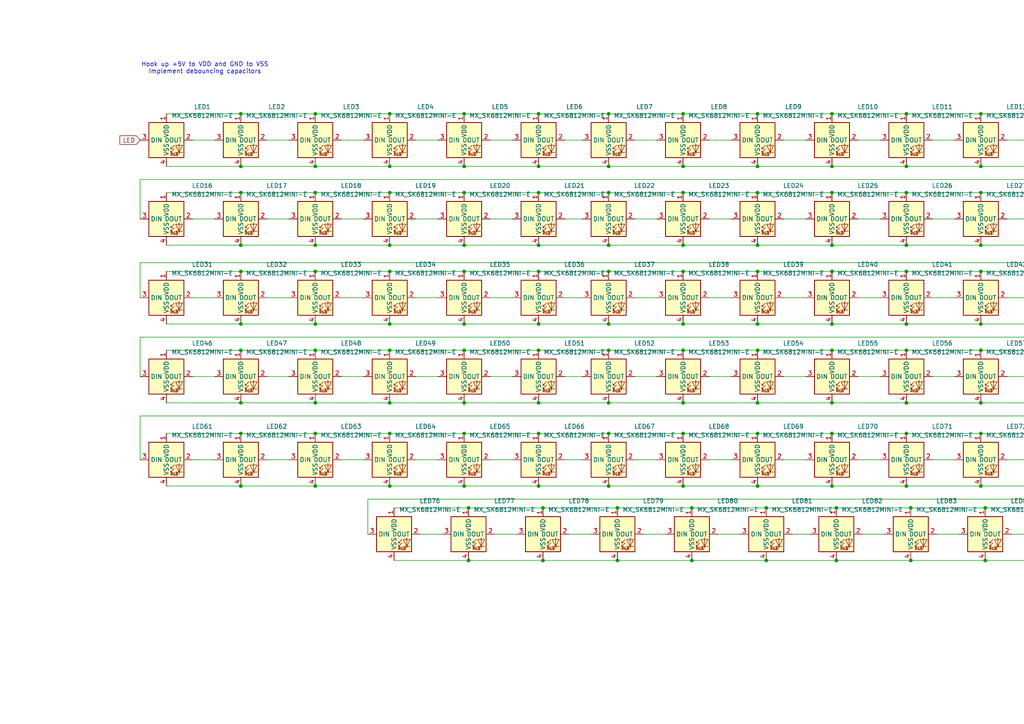
<source format=kicad_sch>
(kicad_sch (version 20231120) (generator "eeschema") (generator_version "8.0")
  (paper "A4")
  (lib_symbols
    (symbol "PCM_marbastlib-mx:MX_SK6812MINI-E"
      (property "Reference" "LED" (at 3.175 6.35 0))
      (property "Value" "MX_SK6812MINI-E" (at 10.16 -6.985 0))
      (symbol "MX_SK6812MINI-E_0_0"
        (text "RGB" (at 2.286 -4.191 0) (effects (font (size 0.762 0.762))))
      )
      (symbol "MX_SK6812MINI-E_0_1"
        (rectangle (start -5.08 5.08) (end 5.08 -5.08) (stroke (width 0.254)) (fill (type background)))
        (polyline (pts (xy 1.27 -3.556) (xy 1.778 -3.556)))
        (polyline (pts (xy 1.27 -2.54) (xy 1.778 -2.54)))
        (polyline (pts (xy 4.699 -3.556) (xy 2.667 -3.556)))
        (polyline (pts (xy 2.286 -2.54) (xy 1.27 -3.556) (xy 1.27 -3.048)))
        (polyline (pts (xy 2.286 -1.524) (xy 1.27 -2.54) (xy 1.27 -2.032)))
        (polyline (pts (xy 3.683 -1.016) (xy 3.683 -3.556) (xy 3.683 -4.064)))
        (polyline (pts (xy 4.699 -1.524) (xy 2.667 -1.524) (xy 3.683 -3.556) (xy 4.699 -1.524)))
      )
      (symbol "MX_SK6812MINI-E_1_1"
        (pin power_in line (at 0 7.62 270) (length 2.54) (name "VDD") (number "1"))
        (pin output line (at 7.62 0 180) (length 2.54) (name "DOUT") (number "2"))
        (pin input line (at -7.62 0 0) (length 2.54) (name "DIN") (number "3"))
        (pin power_in line (at 0 -7.62 90) (length 2.54) (name "VSS") (number "4"))
      )
    )
  )
  (junction (at 328.93 71.12))
  (junction (at 176.53 101.6))
  (junction (at 69.85 33.02))
  (junction (at 264.16 162.56))
  (junction (at 262.89 125.73))
  (junction (at 241.3 93.98))
  (junction (at 262.89 78.74))
  (junction (at 134.62 55.88))
  (junction (at 156.21 125.73))
  (junction (at 113.03 55.88))
  (junction (at 156.21 48.26))
  (junction (at 307.34 162.56))
  (junction (at 113.03 125.73))
  (junction (at 219.71 33.02))
  (junction (at 222.25 147.32))
  (junction (at 176.53 33.02))
  (junction (at 134.62 116.84))
  (junction (at 242.57 147.32))
  (junction (at 198.12 101.6))
  (junction (at 328.93 147.32))
  (junction (at 113.03 101.6))
  (junction (at 219.71 55.88))
  (junction (at 69.85 48.26))
  (junction (at 328.93 93.98))
  (junction (at 69.85 101.6))
  (junction (at 328.93 125.73))
  (junction (at 198.12 71.12))
  (junction (at 307.34 140.97))
  (junction (at 284.48 116.84))
  (junction (at 134.62 78.74))
  (junction (at 69.85 55.88))
  (junction (at 156.21 93.98))
  (junction (at 262.89 101.6))
  (junction (at 262.89 71.12))
  (junction (at 241.3 48.26))
  (junction (at 262.89 140.97))
  (junction (at 198.12 93.98))
  (junction (at 262.89 55.88))
  (junction (at 307.34 101.6))
  (junction (at 241.3 101.6))
  (junction (at 284.48 140.97))
  (junction (at 113.03 71.12))
  (junction (at 113.03 93.98))
  (junction (at 262.89 116.84))
  (junction (at 113.03 78.74))
  (junction (at 198.12 78.74))
  (junction (at 176.53 116.84))
  (junction (at 69.85 93.98))
  (junction (at 328.93 78.74))
  (junction (at 307.34 55.88))
  (junction (at 307.34 48.26))
  (junction (at 262.89 33.02))
  (junction (at 91.44 48.26))
  (junction (at 241.3 55.88))
  (junction (at 241.3 78.74))
  (junction (at 262.89 48.26))
  (junction (at 91.44 71.12))
  (junction (at 328.93 101.6))
  (junction (at 134.62 93.98))
  (junction (at 113.03 48.26))
  (junction (at 156.21 55.88))
  (junction (at 134.62 48.26))
  (junction (at 91.44 55.88))
  (junction (at 134.62 140.97))
  (junction (at 157.48 147.32))
  (junction (at 176.53 55.88))
  (junction (at 284.48 101.6))
  (junction (at 219.71 93.98))
  (junction (at 241.3 116.84))
  (junction (at 328.93 33.02))
  (junction (at 262.89 93.98))
  (junction (at 328.93 55.88))
  (junction (at 176.53 125.73))
  (junction (at 264.16 147.32))
  (junction (at 69.85 78.74))
  (junction (at 222.25 162.56))
  (junction (at 113.03 33.02))
  (junction (at 328.93 162.56))
  (junction (at 198.12 55.88))
  (junction (at 242.57 162.56))
  (junction (at 156.21 116.84))
  (junction (at 156.21 78.74))
  (junction (at 241.3 33.02))
  (junction (at 219.71 71.12))
  (junction (at 307.34 147.32))
  (junction (at 156.21 101.6))
  (junction (at 134.62 101.6))
  (junction (at 328.93 116.84))
  (junction (at 200.66 162.56))
  (junction (at 176.53 93.98))
  (junction (at 198.12 48.26))
  (junction (at 328.93 48.26))
  (junction (at 135.89 147.32))
  (junction (at 284.48 33.02))
  (junction (at 135.89 162.56))
  (junction (at 69.85 71.12))
  (junction (at 284.48 93.98))
  (junction (at 198.12 125.73))
  (junction (at 69.85 140.97))
  (junction (at 284.48 78.74))
  (junction (at 113.03 140.97))
  (junction (at 307.34 125.73))
  (junction (at 134.62 125.73))
  (junction (at 219.71 116.84))
  (junction (at 285.75 147.32))
  (junction (at 219.71 140.97))
  (junction (at 307.34 71.12))
  (junction (at 91.44 93.98))
  (junction (at 176.53 48.26))
  (junction (at 241.3 71.12))
  (junction (at 198.12 116.84))
  (junction (at 198.12 140.97))
  (junction (at 156.21 33.02))
  (junction (at 284.48 48.26))
  (junction (at 219.71 101.6))
  (junction (at 241.3 140.97))
  (junction (at 198.12 33.02))
  (junction (at 134.62 71.12))
  (junction (at 113.03 116.84))
  (junction (at 156.21 140.97))
  (junction (at 284.48 55.88))
  (junction (at 91.44 33.02))
  (junction (at 176.53 140.97))
  (junction (at 284.48 125.73))
  (junction (at 91.44 101.6))
  (junction (at 307.34 116.84))
  (junction (at 219.71 48.26))
  (junction (at 179.07 147.32))
  (junction (at 69.85 125.73))
  (junction (at 91.44 125.73))
  (junction (at 219.71 78.74))
  (junction (at 328.93 140.97))
  (junction (at 91.44 140.97))
  (junction (at 91.44 78.74))
  (junction (at 307.34 93.98))
  (junction (at 157.48 162.56))
  (junction (at 176.53 71.12))
  (junction (at 156.21 71.12))
  (junction (at 284.48 71.12))
  (junction (at 69.85 116.84))
  (junction (at 307.34 33.02))
  (junction (at 134.62 33.02))
  (junction (at 179.07 162.56))
  (junction (at 241.3 125.73))
  (junction (at 200.66 147.32))
  (junction (at 219.71 125.73))
  (junction (at 307.34 78.74))
  (junction (at 91.44 116.84))
  (junction (at 285.75 162.56))
  (junction (at 176.53 78.74))
  (wire (pts (xy 156.21 125.73) (xy 176.53 125.73)))
  (wire (pts (xy 233.68 133.35) (xy 227.33 133.35)))
  (wire (pts (xy 106.68 144.78) (xy 106.68 154.94)))
  (wire (pts (xy 307.34 162.56) (xy 328.93 162.56)))
  (wire (pts (xy 134.62 140.97) (xy 113.03 140.97)))
  (wire (pts (xy 135.89 162.56) (xy 157.48 162.56)))
  (wire (pts (xy 350.52 48.26) (xy 328.93 48.26)))
  (wire (pts (xy 358.14 63.5) (xy 358.14 76.2)))
  (wire (pts (xy 205.74 40.64) (xy 212.09 40.64)))
  (wire (pts (xy 69.85 48.26) (xy 48.26 48.26)))
  (wire (pts (xy 91.44 93.98) (xy 69.85 93.98)))
  (wire (pts (xy 233.68 86.36) (xy 227.33 86.36)))
  (wire (pts (xy 156.21 101.6) (xy 134.62 101.6)))
  (wire (pts (xy 219.71 93.98) (xy 198.12 93.98)))
  (wire (pts (xy 77.47 133.35) (xy 83.82 133.35)))
  (wire (pts (xy 198.12 116.84) (xy 176.53 116.84)))
  (wire (pts (xy 69.85 33.02) (xy 91.44 33.02)))
  (wire (pts (xy 156.21 55.88) (xy 134.62 55.88)))
  (wire (pts (xy 40.64 52.07) (xy 40.64 63.5)))
  (wire (pts (xy 248.92 40.64) (xy 255.27 40.64)))
  (wire (pts (xy 205.74 109.22) (xy 212.09 109.22)))
  (wire (pts (xy 307.34 93.98) (xy 284.48 93.98)))
  (wire (pts (xy 134.62 125.73) (xy 156.21 125.73)))
  (wire (pts (xy 91.44 71.12) (xy 113.03 71.12)))
  (wire (pts (xy 227.33 109.22) (xy 233.68 109.22)))
  (wire (pts (xy 176.53 55.88) (xy 156.21 55.88)))
  (wire (pts (xy 270.51 86.36) (xy 276.86 86.36)))
  (wire (pts (xy 142.24 86.36) (xy 148.59 86.36)))
  (wire (pts (xy 284.48 125.73) (xy 307.34 125.73)))
  (wire (pts (xy 350.52 55.88) (xy 328.93 55.88)))
  (wire (pts (xy 328.93 116.84) (xy 307.34 116.84)))
  (wire (pts (xy 40.64 97.79) (xy 40.64 109.22)))
  (wire (pts (xy 143.51 154.94) (xy 149.86 154.94)))
  (wire (pts (xy 113.03 48.26) (xy 91.44 48.26)))
  (wire (pts (xy 113.03 55.88) (xy 91.44 55.88)))
  (wire (pts (xy 293.37 154.94) (xy 299.72 154.94)))
  (wire (pts (xy 176.53 125.73) (xy 198.12 125.73)))
  (wire (pts (xy 114.3 147.32) (xy 135.89 147.32)))
  (wire (pts (xy 212.09 133.35) (xy 205.74 133.35)))
  (wire (pts (xy 134.62 116.84) (xy 113.03 116.84)))
  (wire (pts (xy 156.21 140.97) (xy 134.62 140.97)))
  (wire (pts (xy 284.48 140.97) (xy 262.89 140.97)))
  (wire (pts (xy 262.89 93.98) (xy 241.3 93.98)))
  (wire (pts (xy 176.53 33.02) (xy 198.12 33.02)))
  (wire (pts (xy 184.15 86.36) (xy 190.5 86.36)))
  (wire (pts (xy 91.44 101.6) (xy 69.85 101.6)))
  (wire (pts (xy 135.89 147.32) (xy 157.48 147.32)))
  (wire (pts (xy 262.89 116.84) (xy 241.3 116.84)))
  (wire (pts (xy 262.89 78.74) (xy 284.48 78.74)))
  (wire (pts (xy 77.47 109.22) (xy 83.82 109.22)))
  (wire (pts (xy 163.83 63.5) (xy 168.91 63.5)))
  (wire (pts (xy 184.15 40.64) (xy 190.5 40.64)))
  (wire (pts (xy 307.34 101.6) (xy 284.48 101.6)))
  (wire (pts (xy 270.51 63.5) (xy 276.86 63.5)))
  (wire (pts (xy 222.25 162.56) (xy 242.57 162.56)))
  (wire (pts (xy 163.83 109.22) (xy 168.91 109.22)))
  (wire (pts (xy 358.14 76.2) (xy 40.64 76.2)))
  (wire (pts (xy 134.62 55.88) (xy 113.03 55.88)))
  (wire (pts (xy 248.92 109.22) (xy 255.27 109.22)))
  (wire (pts (xy 113.03 116.84) (xy 91.44 116.84)))
  (wire (pts (xy 241.3 101.6) (xy 219.71 101.6)))
  (wire (pts (xy 91.44 33.02) (xy 113.03 33.02)))
  (wire (pts (xy 99.06 133.35) (xy 105.41 133.35)))
  (wire (pts (xy 200.66 147.32) (xy 222.25 147.32)))
  (wire (pts (xy 276.86 133.35) (xy 270.51 133.35)))
  (wire (pts (xy 314.96 63.5) (xy 321.31 63.5)))
  (wire (pts (xy 212.09 86.36) (xy 205.74 86.36)))
  (wire (pts (xy 99.06 109.22) (xy 105.41 109.22)))
  (wire (pts (xy 284.48 78.74) (xy 307.34 78.74)))
  (wire (pts (xy 307.34 116.84) (xy 284.48 116.84)))
  (wire (pts (xy 250.19 154.94) (xy 256.54 154.94)))
  (wire (pts (xy 120.65 86.36) (xy 127 86.36)))
  (wire (pts (xy 156.21 116.84) (xy 134.62 116.84)))
  (wire (pts (xy 134.62 48.26) (xy 113.03 48.26)))
  (wire (pts (xy 198.12 71.12) (xy 219.71 71.12)))
  (wire (pts (xy 248.92 86.36) (xy 255.27 86.36)))
  (wire (pts (xy 163.83 40.64) (xy 168.91 40.64)))
  (wire (pts (xy 307.34 33.02) (xy 328.93 33.02)))
  (wire (pts (xy 190.5 133.35) (xy 184.15 133.35)))
  (wire (pts (xy 328.93 101.6) (xy 307.34 101.6)))
  (wire (pts (xy 55.88 86.36) (xy 62.23 86.36)))
  (wire (pts (xy 91.44 48.26) (xy 69.85 48.26)))
  (wire (pts (xy 184.15 63.5) (xy 190.5 63.5)))
  (wire (pts (xy 264.16 162.56) (xy 285.75 162.56)))
  (wire (pts (xy 307.34 55.88) (xy 284.48 55.88)))
  (wire (pts (xy 113.03 78.74) (xy 134.62 78.74)))
  (wire (pts (xy 176.53 71.12) (xy 198.12 71.12)))
  (wire (pts (xy 284.48 33.02) (xy 307.34 33.02)))
  (wire (pts (xy 156.21 48.26) (xy 134.62 48.26)))
  (wire (pts (xy 55.88 109.22) (xy 62.23 109.22)))
  (wire (pts (xy 241.3 33.02) (xy 262.89 33.02)))
  (wire (pts (xy 208.28 154.94) (xy 214.63 154.94)))
  (wire (pts (xy 222.25 147.32) (xy 242.57 147.32)))
  (wire (pts (xy 48.26 33.02) (xy 69.85 33.02)))
  (wire (pts (xy 157.48 147.32) (xy 179.07 147.32)))
  (wire (pts (xy 77.47 86.36) (xy 83.82 86.36)))
  (wire (pts (xy 219.71 101.6) (xy 198.12 101.6)))
  (wire (pts (xy 350.52 116.84) (xy 328.93 116.84)))
  (wire (pts (xy 262.89 140.97) (xy 241.3 140.97)))
  (wire (pts (xy 83.82 63.5) (xy 77.47 63.5)))
  (wire (pts (xy 241.3 125.73) (xy 262.89 125.73)))
  (wire (pts (xy 328.93 33.02) (xy 350.52 33.02)))
  (wire (pts (xy 120.65 63.5) (xy 127 63.5)))
  (wire (pts (xy 114.3 162.56) (xy 135.89 162.56)))
  (wire (pts (xy 284.48 48.26) (xy 262.89 48.26)))
  (wire (pts (xy 69.85 55.88) (xy 48.26 55.88)))
  (wire (pts (xy 241.3 116.84) (xy 219.71 116.84)))
  (wire (pts (xy 314.96 86.36) (xy 321.31 86.36)))
  (wire (pts (xy 350.52 93.98) (xy 328.93 93.98)))
  (wire (pts (xy 219.71 116.84) (xy 198.12 116.84)))
  (wire (pts (xy 55.88 133.35) (xy 62.23 133.35)))
  (wire (pts (xy 186.69 154.94) (xy 193.04 154.94)))
  (wire (pts (xy 55.88 63.5) (xy 62.23 63.5)))
  (wire (pts (xy 134.62 33.02) (xy 156.21 33.02)))
  (wire (pts (xy 113.03 33.02) (xy 134.62 33.02)))
  (wire (pts (xy 358.14 133.35) (xy 358.14 144.78)))
  (wire (pts (xy 179.07 162.56) (xy 200.66 162.56)))
  (wire (pts (xy 241.3 48.26) (xy 219.71 48.26)))
  (wire (pts (xy 314.96 40.64) (xy 321.31 40.64)))
  (wire (pts (xy 156.21 93.98) (xy 134.62 93.98)))
  (wire (pts (xy 69.85 125.73) (xy 91.44 125.73)))
  (wire (pts (xy 184.15 109.22) (xy 190.5 109.22)))
  (wire (pts (xy 314.96 154.94) (xy 321.31 154.94)))
  (wire (pts (xy 358.14 109.22) (xy 358.14 120.65)))
  (wire (pts (xy 262.89 48.26) (xy 241.3 48.26)))
  (wire (pts (xy 358.14 144.78) (xy 106.68 144.78)))
  (wire (pts (xy 198.12 93.98) (xy 176.53 93.98)))
  (wire (pts (xy 328.93 78.74) (xy 350.52 78.74)))
  (wire (pts (xy 176.53 93.98) (xy 156.21 93.98)))
  (wire (pts (xy 241.3 78.74) (xy 262.89 78.74)))
  (wire (pts (xy 284.48 71.12) (xy 307.34 71.12)))
  (wire (pts (xy 156.21 33.02) (xy 176.53 33.02)))
  (wire (pts (xy 156.21 71.12) (xy 176.53 71.12)))
  (wire (pts (xy 69.85 140.97) (xy 48.26 140.97)))
  (wire (pts (xy 198.12 55.88) (xy 176.53 55.88)))
  (wire (pts (xy 307.34 125.73) (xy 328.93 125.73)))
  (wire (pts (xy 69.85 93.98) (xy 48.26 93.98)))
  (wire (pts (xy 328.93 162.56) (xy 350.52 162.56)))
  (wire (pts (xy 284.48 93.98) (xy 262.89 93.98)))
  (wire (pts (xy 198.12 140.97) (xy 176.53 140.97)))
  (wire (pts (xy 307.34 78.74) (xy 328.93 78.74)))
  (wire (pts (xy 292.1 109.22) (xy 299.72 109.22)))
  (wire (pts (xy 156.21 78.74) (xy 176.53 78.74)))
  (wire (pts (xy 262.89 33.02) (xy 284.48 33.02)))
  (wire (pts (xy 91.44 55.88) (xy 69.85 55.88)))
  (wire (pts (xy 284.48 116.84) (xy 262.89 116.84)))
  (wire (pts (xy 358.14 120.65) (xy 40.64 120.65)))
  (wire (pts (xy 270.51 40.64) (xy 276.86 40.64)))
  (wire (pts (xy 200.66 162.56) (xy 222.25 162.56)))
  (wire (pts (xy 219.71 33.02) (xy 241.3 33.02)))
  (wire (pts (xy 358.14 52.07) (xy 40.64 52.07)))
  (wire (pts (xy 227.33 40.64) (xy 233.68 40.64)))
  (wire (pts (xy 142.24 109.22) (xy 148.59 109.22)))
  (wire (pts (xy 55.88 40.64) (xy 62.23 40.64)))
  (wire (pts (xy 40.64 76.2) (xy 40.64 86.36)))
  (wire (pts (xy 69.85 116.84) (xy 48.26 116.84)))
  (wire (pts (xy 271.78 154.94) (xy 278.13 154.94)))
  (wire (pts (xy 262.89 125.73) (xy 284.48 125.73)))
  (wire (pts (xy 264.16 147.32) (xy 285.75 147.32)))
  (wire (pts (xy 69.85 78.74) (xy 91.44 78.74)))
  (wire (pts (xy 241.3 140.97) (xy 219.71 140.97)))
  (wire (pts (xy 328.93 140.97) (xy 307.34 140.97)))
  (wire (pts (xy 358.14 86.36) (xy 358.14 97.79)))
  (wire (pts (xy 336.55 133.35) (xy 342.9 133.35)))
  (wire (pts (xy 307.34 140.97) (xy 284.48 140.97)))
  (wire (pts (xy 241.3 55.88) (xy 219.71 55.88)))
  (wire (pts (xy 328.93 147.32) (xy 350.52 147.32)))
  (wire (pts (xy 121.92 154.94) (xy 128.27 154.94)))
  (wire (pts (xy 242.57 162.56) (xy 264.16 162.56)))
  (wire (pts (xy 163.83 133.35) (xy 168.91 133.35)))
  (wire (pts (xy 307.34 71.12) (xy 328.93 71.12)))
  (wire (pts (xy 165.1 154.94) (xy 171.45 154.94)))
  (wire (pts (xy 285.75 162.56) (xy 307.34 162.56)))
  (wire (pts (xy 120.65 109.22) (xy 127 109.22)))
  (wire (pts (xy 176.53 48.26) (xy 156.21 48.26)))
  (wire (pts (xy 83.82 40.64) (xy 77.47 40.64)))
  (wire (pts (xy 219.71 125.73) (xy 241.3 125.73)))
  (wire (pts (xy 134.62 93.98) (xy 113.03 93.98)))
  (wire (pts (xy 113.03 71.12) (xy 134.62 71.12)))
  (wire (pts (xy 113.03 140.97) (xy 91.44 140.97)))
  (wire (pts (xy 262.89 101.6) (xy 241.3 101.6)))
  (wire (pts (xy 127 133.35) (xy 120.65 133.35)))
  (wire (pts (xy 48.26 125.73) (xy 69.85 125.73)))
  (wire (pts (xy 358.14 40.64) (xy 358.14 52.07)))
  (wire (pts (xy 91.44 125.73) (xy 113.03 125.73)))
  (wire (pts (xy 229.87 154.94) (xy 234.95 154.94)))
  (wire (pts (xy 142.24 63.5) (xy 148.59 63.5)))
  (wire (pts (xy 168.91 86.36) (xy 163.83 86.36)))
  (wire (pts (xy 328.93 71.12) (xy 350.52 71.12)))
  (wire (pts (xy 142.24 40.64) (xy 148.59 40.64)))
  (wire (pts (xy 292.1 40.64) (xy 299.72 40.64)))
  (wire (pts (xy 336.55 109.22) (xy 342.9 109.22)))
  (wire (pts (xy 198.12 33.02) (xy 219.71 33.02)))
  (wire (pts (xy 142.24 133.35) (xy 148.59 133.35)))
  (wire (pts (xy 198.12 78.74) (xy 219.71 78.74)))
  (wire (pts (xy 284.48 55.88) (xy 262.89 55.88)))
  (wire (pts (xy 120.65 40.64) (xy 127 40.64)))
  (wire (pts (xy 233.68 63.5) (xy 227.33 63.5)))
  (wire (pts (xy 69.85 71.12) (xy 91.44 71.12)))
  (wire (pts (xy 91.44 78.74) (xy 113.03 78.74)))
  (wire (pts (xy 350.52 140.97) (xy 328.93 140.97)))
  (wire (pts (xy 336.55 63.5) (xy 342.9 63.5)))
  (wire (pts (xy 205.74 63.5) (xy 212.09 63.5)))
  (wire (pts (xy 328.93 48.26) (xy 307.34 48.26)))
  (wire (pts (xy 157.48 162.56) (xy 179.07 162.56)))
  (wire (pts (xy 255.27 133.35) (xy 248.92 133.35)))
  (wire (pts (xy 292.1 86.36) (xy 299.72 86.36)))
  (wire (pts (xy 336.55 86.36) (xy 342.9 86.36)))
  (wire (pts (xy 270.51 109.22) (xy 276.86 109.22)))
  (wire (pts (xy 198.12 48.26) (xy 176.53 48.26)))
  (wire (pts (xy 336.55 40.64) (xy 342.9 40.64)))
  (wire (pts (xy 219.71 55.88) (xy 198.12 55.88)))
  (wire (pts (xy 198.12 101.6) (xy 176.53 101.6)))
  (wire (pts (xy 314.96 133.35) (xy 321.31 133.35)))
  (wire (pts (xy 328.93 125.73) (xy 350.52 125.73)))
  (wire (pts (xy 113.03 125.73) (xy 134.62 125.73)))
  (wire (pts (xy 219.71 48.26) (xy 198.12 48.26)))
  (wire (pts (xy 48.26 78.74) (xy 69.85 78.74)))
  (wire (pts (xy 40.64 120.65) (xy 40.64 133.35)))
  (wire (pts (xy 262.89 71.12) (xy 284.48 71.12)))
  (wire (pts (xy 219.71 71.12) (xy 241.3 71.12)))
  (wire (pts (xy 99.06 40.64) (xy 105.41 40.64)))
  (wire (pts (xy 176.53 78.74) (xy 198.12 78.74)))
  (wire (pts (xy 314.96 109.22) (xy 321.31 109.22)))
  (wire (pts (xy 99.06 86.36) (xy 105.41 86.36)))
  (wire (pts (xy 292.1 133.35) (xy 299.72 133.35)))
  (wire (pts (xy 285.75 147.32) (xy 307.34 147.32)))
  (wire (pts (xy 113.03 93.98) (xy 91.44 93.98)))
  (wire (pts (xy 99.06 63.5) (xy 105.41 63.5)))
  (wire (pts (xy 91.44 116.84) (xy 69.85 116.84)))
  (wire (pts (xy 342.9 154.94) (xy 336.55 154.94)))
  (wire (pts (xy 350.52 101.6) (xy 328.93 101.6)))
  (wire (pts (xy 358.14 97.79) (xy 40.64 97.79)))
  (wire (pts (xy 198.12 125.73) (xy 219.71 125.73)))
  (wire (pts (xy 134.62 78.74) (xy 156.21 78.74)))
  (wire (pts (xy 241.3 93.98) (xy 219.71 93.98)))
  (wire (pts (xy 91.44 140.97) (xy 69.85 140.97)))
  (wire (pts (xy 134.62 71.12) (xy 156.21 71.12)))
  (wire (pts (xy 219.71 140.97) (xy 198.12 140.97)))
  (wire (pts (xy 176.53 116.84) (xy 156.21 116.84)))
  (wire (pts (xy 176.53 140.97) (xy 156.21 140.97)))
  (wire (pts (xy 113.03 101.6) (xy 91.44 101.6)))
  (wire (pts (xy 248.92 63.5) (xy 255.27 63.5)))
  (wire (pts (xy 48.26 71.12) (xy 69.85 71.12)))
  (wire (pts (xy 299.72 63.5) (xy 292.1 63.5)))
  (wire (pts (xy 284.48 101.6) (xy 262.89 101.6)))
  (wire (pts (xy 241.3 71.12) (xy 262.89 71.12)))
  (wire (pts (xy 176.53 101.6) (xy 156.21 101.6)))
  (wire (pts (xy 219.71 78.74) (xy 241.3 78.74)))
  (wire (pts (xy 134.62 101.6) (xy 113.03 101.6)))
  (wire (pts (xy 328.93 93.98) (xy 307.34 93.98)))
  (wire (pts (xy 307.34 48.26) (xy 284.48 48.26)))
  (wire (pts (xy 69.85 101.6) (xy 48.26 101.6)))
  (wire (pts (xy 262.89 55.88) (xy 241.3 55.88)))
  (wire (pts (xy 328.93 55.88) (xy 307.34 55.88)))
  (wire (pts (xy 242.57 147.32) (xy 264.16 147.32)))
  (wire (pts (xy 179.07 147.32) (xy 200.66 147.32)))
  (wire (pts (xy 307.34 147.32) (xy 328.93 147.32)))
  (text "Hook up +5V to VDD and GND to VSS\nImplement debouncing capacitors" (at 59.436 19.812 0) (effects (font (size 1.27 1.27))))
  (global_label "LED" (shape input) (at 40.64 40.64 180) (property "Intersheetrefs" "${INTERSHEET_REFS}" (effects (hide yes))))
  (symbol (lib_id "PCM_marbastlib-mx:MX_SK6812MINI-E") (at 241.3 86.36 0) (unit 1)
    (property "Reference" "LED40" (at 251.714 76.708 0))
    (property "Value" "MX_SK6812MINI-E" (at 251.714 79.248 0))
    (property "Footprint" "PCM_marbastlib-mx:LED_MX_6028R" (effects (hide yes)))
    (property "Description" "Reverse mount adressable LED (WS2812 protocol)" (effects (hide yes)))
  )
  (symbol (lib_id "PCM_marbastlib-mx:MX_SK6812MINI-E") (at 134.62 86.36 0) (unit 1)
    (property "Reference" "LED35" (at 145.034 76.708 0))
    (property "Value" "MX_SK6812MINI-E" (at 145.034 79.248 0))
    (property "Footprint" "PCM_marbastlib-mx:LED_MX_6028R" (effects (hide yes)))
    (property "Description" "Reverse mount adressable LED (WS2812 protocol)" (effects (hide yes)))
  )
  (symbol (lib_id "PCM_marbastlib-mx:MX_SK6812MINI-E") (at 48.26 40.64 0) (unit 1)
    (property "Reference" "LED1" (at 58.674 30.988 0))
    (property "Value" "MX_SK6812MINI-E" (at 58.674 33.528 0))
    (property "Footprint" "PCM_marbastlib-mx:LED_MX_6028R" (effects (hide yes)))
    (property "Description" "Reverse mount adressable LED (WS2812 protocol)" (effects (hide yes)))
  )
  (symbol (lib_id "PCM_marbastlib-mx:MX_SK6812MINI-E") (at 328.93 154.94 0) (unit 1)
    (property "Reference" "LED86" (at 339.344 145.288 0))
    (property "Value" "MX_SK6812MINI-E" (at 339.344 147.828 0))
    (property "Footprint" "PCM_marbastlib-mx:LED_MX_6028R" (effects (hide yes)))
    (property "Description" "Reverse mount adressable LED (WS2812 protocol)" (effects (hide yes)))
  )
  (symbol (lib_id "PCM_marbastlib-mx:MX_SK6812MINI-E") (at 113.03 133.35 0) (unit 1)
    (property "Reference" "LED64" (at 123.444 123.698 0))
    (property "Value" "MX_SK6812MINI-E" (at 123.444 126.238 0))
    (property "Footprint" "PCM_marbastlib-mx:LED_MX_6028R" (effects (hide yes)))
    (property "Description" "Reverse mount adressable LED (WS2812 protocol)" (effects (hide yes)))
  )
  (symbol (lib_id "PCM_marbastlib-mx:MX_SK6812MINI-E") (at 350.52 154.94 0) (unit 1)
    (property "Reference" "LED87" (at 360.934 145.288 0))
    (property "Value" "MX_SK6812MINI-E" (at 360.934 147.828 0))
    (property "Footprint" "PCM_marbastlib-mx:LED_MX_6028R" (effects (hide yes)))
    (property "Description" "Reverse mount adressable LED (WS2812 protocol)" (effects (hide yes)))
  )
  (symbol (lib_id "PCM_marbastlib-mx:MX_SK6812MINI-E") (at 91.44 86.36 0) (unit 1)
    (property "Reference" "LED33" (at 101.854 76.708 0))
    (property "Value" "MX_SK6812MINI-E" (at 101.854 79.248 0))
    (property "Footprint" "PCM_marbastlib-mx:LED_MX_6028R" (effects (hide yes)))
    (property "Description" "Reverse mount adressable LED (WS2812 protocol)" (effects (hide yes)))
  )
  (symbol (lib_id "PCM_marbastlib-mx:MX_SK6812MINI-E") (at 219.71 63.5 0) (unit 1)
    (property "Reference" "LED24" (at 230.124 53.848 0))
    (property "Value" "MX_SK6812MINI-E" (at 230.124 56.388 0))
    (property "Footprint" "PCM_marbastlib-mx:LED_MX_6028R" (effects (hide yes)))
    (property "Description" "Reverse mount adressable LED (WS2812 protocol)" (effects (hide yes)))
  )
  (symbol (lib_id "PCM_marbastlib-mx:MX_SK6812MINI-E") (at 262.89 86.36 0) (unit 1)
    (property "Reference" "LED41" (at 273.304 76.708 0))
    (property "Value" "MX_SK6812MINI-E" (at 273.304 79.248 0))
    (property "Footprint" "PCM_marbastlib-mx:LED_MX_6028R" (effects (hide yes)))
    (property "Description" "Reverse mount adressable LED (WS2812 protocol)" (effects (hide yes)))
  )
  (symbol (lib_id "PCM_marbastlib-mx:MX_SK6812MINI-E") (at 198.12 40.64 0) (unit 1)
    (property "Reference" "LED8" (at 208.534 30.988 0))
    (property "Value" "MX_SK6812MINI-E" (at 208.534 33.528 0))
    (property "Footprint" "PCM_marbastlib-mx:LED_MX_6028R" (effects (hide yes)))
    (property "Description" "Reverse mount adressable LED (WS2812 protocol)" (effects (hide yes)))
  )
  (symbol (lib_id "PCM_marbastlib-mx:MX_SK6812MINI-E") (at 114.3 154.94 0) (unit 1)
    (property "Reference" "LED76" (at 124.714 145.288 0))
    (property "Value" "MX_SK6812MINI-E" (at 124.714 147.828 0))
    (property "Footprint" "PCM_marbastlib-mx:LED_MX_6028R" (effects (hide yes)))
    (property "Description" "Reverse mount adressable LED (WS2812 protocol)" (effects (hide yes)))
  )
  (symbol (lib_id "PCM_marbastlib-mx:MX_SK6812MINI-E") (at 219.71 133.35 0) (unit 1)
    (property "Reference" "LED69" (at 230.124 123.698 0))
    (property "Value" "MX_SK6812MINI-E" (at 230.124 126.238 0))
    (property "Footprint" "PCM_marbastlib-mx:LED_MX_6028R" (effects (hide yes)))
    (property "Description" "Reverse mount adressable LED (WS2812 protocol)" (effects (hide yes)))
  )
  (symbol (lib_id "PCM_marbastlib-mx:MX_SK6812MINI-E") (at 241.3 133.35 0) (unit 1)
    (property "Reference" "LED70" (at 251.714 123.698 0))
    (property "Value" "MX_SK6812MINI-E" (at 251.714 126.238 0))
    (property "Footprint" "PCM_marbastlib-mx:LED_MX_6028R" (effects (hide yes)))
    (property "Description" "Reverse mount adressable LED (WS2812 protocol)" (effects (hide yes)))
  )
  (symbol (lib_id "PCM_marbastlib-mx:MX_SK6812MINI-E") (at 69.85 109.22 0) (unit 1)
    (property "Reference" "LED47" (at 80.264 99.568 0))
    (property "Value" "MX_SK6812MINI-E" (at 80.264 102.108 0))
    (property "Footprint" "PCM_marbastlib-mx:LED_MX_6028R" (effects (hide yes)))
    (property "Description" "Reverse mount adressable LED (WS2812 protocol)" (effects (hide yes)))
  )
  (symbol (lib_id "PCM_marbastlib-mx:MX_SK6812MINI-E") (at 219.71 40.64 0) (unit 1)
    (property "Reference" "LED9" (at 230.124 30.988 0))
    (property "Value" "MX_SK6812MINI-E" (at 230.124 33.528 0))
    (property "Footprint" "PCM_marbastlib-mx:LED_MX_6028R" (effects (hide yes)))
    (property "Description" "Reverse mount adressable LED (WS2812 protocol)" (effects (hide yes)))
  )
  (symbol (lib_id "PCM_marbastlib-mx:MX_SK6812MINI-E") (at 241.3 63.5 0) (unit 1)
    (property "Reference" "LED25" (at 251.714 53.848 0))
    (property "Value" "MX_SK6812MINI-E" (at 251.714 56.388 0))
    (property "Footprint" "PCM_marbastlib-mx:LED_MX_6028R" (effects (hide yes)))
    (property "Description" "Reverse mount adressable LED (WS2812 protocol)" (effects (hide yes)))
  )
  (symbol (lib_id "PCM_marbastlib-mx:MX_SK6812MINI-E") (at 91.44 109.22 0) (unit 1)
    (property "Reference" "LED48" (at 101.854 99.568 0))
    (property "Value" "MX_SK6812MINI-E" (at 101.854 102.108 0))
    (property "Footprint" "PCM_marbastlib-mx:LED_MX_6028R" (effects (hide yes)))
    (property "Description" "Reverse mount adressable LED (WS2812 protocol)" (effects (hide yes)))
  )
  (symbol (lib_id "PCM_marbastlib-mx:MX_SK6812MINI-E") (at 176.53 86.36 0) (unit 1)
    (property "Reference" "LED37" (at 186.944 76.708 0))
    (property "Value" "MX_SK6812MINI-E" (at 186.944 79.248 0))
    (property "Footprint" "PCM_marbastlib-mx:LED_MX_6028R" (effects (hide yes)))
    (property "Description" "Reverse mount adressable LED (WS2812 protocol)" (effects (hide yes)))
  )
  (symbol (lib_id "PCM_marbastlib-mx:MX_SK6812MINI-E") (at 156.21 86.36 0) (unit 1)
    (property "Reference" "LED36" (at 166.624 76.708 0))
    (property "Value" "MX_SK6812MINI-E" (at 166.624 79.248 0))
    (property "Footprint" "PCM_marbastlib-mx:LED_MX_6028R" (effects (hide yes)))
    (property "Description" "Reverse mount adressable LED (WS2812 protocol)" (effects (hide yes)))
  )
  (symbol (lib_id "PCM_marbastlib-mx:MX_SK6812MINI-E") (at 328.93 40.64 0) (unit 1)
    (property "Reference" "LED14" (at 339.344 30.988 0))
    (property "Value" "MX_SK6812MINI-E" (at 339.344 33.528 0))
    (property "Footprint" "PCM_marbastlib-mx:LED_MX_6028R" (effects (hide yes)))
    (property "Description" "Reverse mount adressable LED (WS2812 protocol)" (effects (hide yes)))
  )
  (symbol (lib_id "PCM_marbastlib-mx:MX_SK6812MINI-E") (at 262.89 133.35 0) (unit 1)
    (property "Reference" "LED71" (at 273.304 123.698 0))
    (property "Value" "MX_SK6812MINI-E" (at 273.304 126.238 0))
    (property "Footprint" "PCM_marbastlib-mx:LED_MX_6028R" (effects (hide yes)))
    (property "Description" "Reverse mount adressable LED (WS2812 protocol)" (effects (hide yes)))
  )
  (symbol (lib_id "PCM_marbastlib-mx:MX_SK6812MINI-E") (at 69.85 133.35 0) (unit 1)
    (property "Reference" "LED62" (at 80.264 123.698 0))
    (property "Value" "MX_SK6812MINI-E" (at 80.264 126.238 0))
    (property "Footprint" "PCM_marbastlib-mx:LED_MX_6028R" (effects (hide yes)))
    (property "Description" "Reverse mount adressable LED (WS2812 protocol)" (effects (hide yes)))
  )
  (symbol (lib_id "PCM_marbastlib-mx:MX_SK6812MINI-E") (at 350.52 86.36 0) (unit 1)
    (property "Reference" "LED45" (at 360.934 76.708 0))
    (property "Value" "MX_SK6812MINI-E" (at 360.934 79.248 0))
    (property "Footprint" "PCM_marbastlib-mx:LED_MX_6028R" (effects (hide yes)))
    (property "Description" "Reverse mount adressable LED (WS2812 protocol)" (effects (hide yes)))
  )
  (symbol (lib_id "PCM_marbastlib-mx:MX_SK6812MINI-E") (at 156.21 40.64 0) (unit 1)
    (property "Reference" "LED6" (at 166.624 30.988 0))
    (property "Value" "MX_SK6812MINI-E" (at 166.624 33.528 0))
    (property "Footprint" "PCM_marbastlib-mx:LED_MX_6028R" (effects (hide yes)))
    (property "Description" "Reverse mount adressable LED (WS2812 protocol)" (effects (hide yes)))
  )
  (symbol (lib_id "PCM_marbastlib-mx:MX_SK6812MINI-E") (at 264.16 154.94 0) (unit 1)
    (property "Reference" "LED83" (at 274.574 145.288 0))
    (property "Value" "MX_SK6812MINI-E" (at 274.574 147.828 0))
    (property "Footprint" "PCM_marbastlib-mx:LED_MX_6028R" (effects (hide yes)))
    (property "Description" "Reverse mount adressable LED (WS2812 protocol)" (effects (hide yes)))
  )
  (symbol (lib_id "PCM_marbastlib-mx:MX_SK6812MINI-E") (at 285.75 154.94 0) (unit 1)
    (property "Reference" "LED84" (at 296.164 145.288 0))
    (property "Value" "MX_SK6812MINI-E" (at 296.164 147.828 0))
    (property "Footprint" "PCM_marbastlib-mx:LED_MX_6028R" (effects (hide yes)))
    (property "Description" "Reverse mount adressable LED (WS2812 protocol)" (effects (hide yes)))
  )
  (symbol (lib_id "PCM_marbastlib-mx:MX_SK6812MINI-E") (at 307.34 63.5 0) (unit 1)
    (property "Reference" "LED28" (at 317.754 53.848 0))
    (property "Value" "MX_SK6812MINI-E" (at 317.754 56.388 0))
    (property "Footprint" "PCM_marbastlib-mx:LED_MX_6028R" (effects (hide yes)))
    (property "Description" "Reverse mount adressable LED (WS2812 protocol)" (effects (hide yes)))
  )
  (symbol (lib_id "PCM_marbastlib-mx:MX_SK6812MINI-E") (at 134.62 109.22 0) (unit 1)
    (property "Reference" "LED50" (at 145.034 99.568 0))
    (property "Value" "MX_SK6812MINI-E" (at 145.034 102.108 0))
    (property "Footprint" "PCM_marbastlib-mx:LED_MX_6028R" (effects (hide yes)))
    (property "Description" "Reverse mount adressable LED (WS2812 protocol)" (effects (hide yes)))
  )
  (symbol (lib_id "PCM_marbastlib-mx:MX_SK6812MINI-E") (at 198.12 109.22 0) (unit 1)
    (property "Reference" "LED53" (at 208.534 99.568 0))
    (property "Value" "MX_SK6812MINI-E" (at 208.534 102.108 0))
    (property "Footprint" "PCM_marbastlib-mx:LED_MX_6028R" (effects (hide yes)))
    (property "Description" "Reverse mount adressable LED (WS2812 protocol)" (effects (hide yes)))
  )
  (symbol (lib_id "PCM_marbastlib-mx:MX_SK6812MINI-E") (at 176.53 109.22 0) (unit 1)
    (property "Reference" "LED52" (at 186.944 99.568 0))
    (property "Value" "MX_SK6812MINI-E" (at 186.944 102.108 0))
    (property "Footprint" "PCM_marbastlib-mx:LED_MX_6028R" (effects (hide yes)))
    (property "Description" "Reverse mount adressable LED (WS2812 protocol)" (effects (hide yes)))
  )
  (symbol (lib_id "PCM_marbastlib-mx:MX_SK6812MINI-E") (at 48.26 86.36 0) (unit 1)
    (property "Reference" "LED31" (at 58.674 76.708 0))
    (property "Value" "MX_SK6812MINI-E" (at 58.674 79.248 0))
    (property "Footprint" "PCM_marbastlib-mx:LED_MX_6028R" (effects (hide yes)))
    (property "Description" "Reverse mount adressable LED (WS2812 protocol)" (effects (hide yes)))
  )
  (symbol (lib_id "PCM_marbastlib-mx:MX_SK6812MINI-E") (at 157.48 154.94 0) (unit 1)
    (property "Reference" "LED78" (at 167.894 145.288 0))
    (property "Value" "MX_SK6812MINI-E" (at 167.894 147.828 0))
    (property "Footprint" "PCM_marbastlib-mx:LED_MX_6028R" (effects (hide yes)))
    (property "Description" "Reverse mount adressable LED (WS2812 protocol)" (effects (hide yes)))
  )
  (symbol (lib_id "PCM_marbastlib-mx:MX_SK6812MINI-E") (at 91.44 133.35 0) (unit 1)
    (property "Reference" "LED63" (at 101.854 123.698 0))
    (property "Value" "MX_SK6812MINI-E" (at 101.854 126.238 0))
    (property "Footprint" "PCM_marbastlib-mx:LED_MX_6028R" (effects (hide yes)))
    (property "Description" "Reverse mount adressable LED (WS2812 protocol)" (effects (hide yes)))
  )
  (symbol (lib_id "PCM_marbastlib-mx:MX_SK6812MINI-E") (at 219.71 109.22 0) (unit 1)
    (property "Reference" "LED54" (at 230.124 99.568 0))
    (property "Value" "MX_SK6812MINI-E" (at 230.124 102.108 0))
    (property "Footprint" "PCM_marbastlib-mx:LED_MX_6028R" (effects (hide yes)))
    (property "Description" "Reverse mount adressable LED (WS2812 protocol)" (effects (hide yes)))
  )
  (symbol (lib_id "PCM_marbastlib-mx:MX_SK6812MINI-E") (at 307.34 86.36 0) (unit 1)
    (property "Reference" "LED43" (at 317.754 76.708 0))
    (property "Value" "MX_SK6812MINI-E" (at 317.754 79.248 0))
    (property "Footprint" "PCM_marbastlib-mx:LED_MX_6028R" (effects (hide yes)))
    (property "Description" "Reverse mount adressable LED (WS2812 protocol)" (effects (hide yes)))
  )
  (symbol (lib_id "PCM_marbastlib-mx:MX_SK6812MINI-E") (at 113.03 109.22 0) (unit 1)
    (property "Reference" "LED49" (at 123.444 99.568 0))
    (property "Value" "MX_SK6812MINI-E" (at 123.444 102.108 0))
    (property "Footprint" "PCM_marbastlib-mx:LED_MX_6028R" (effects (hide yes)))
    (property "Description" "Reverse mount adressable LED (WS2812 protocol)" (effects (hide yes)))
  )
  (symbol (lib_id "PCM_marbastlib-mx:MX_SK6812MINI-E") (at 284.48 63.5 0) (unit 1)
    (property "Reference" "LED27" (at 294.894 53.848 0))
    (property "Value" "MX_SK6812MINI-E" (at 294.894 56.388 0))
    (property "Footprint" "PCM_marbastlib-mx:LED_MX_6028R" (effects (hide yes)))
    (property "Description" "Reverse mount adressable LED (WS2812 protocol)" (effects (hide yes)))
  )
  (symbol (lib_id "PCM_marbastlib-mx:MX_SK6812MINI-E") (at 198.12 63.5 0) (unit 1)
    (property "Reference" "LED23" (at 208.534 53.848 0))
    (property "Value" "MX_SK6812MINI-E" (at 208.534 56.388 0))
    (property "Footprint" "PCM_marbastlib-mx:LED_MX_6028R" (effects (hide yes)))
    (property "Description" "Reverse mount adressable LED (WS2812 protocol)" (effects (hide yes)))
  )
  (symbol (lib_id "PCM_marbastlib-mx:MX_SK6812MINI-E") (at 134.62 133.35 0) (unit 1)
    (property "Reference" "LED65" (at 145.034 123.698 0))
    (property "Value" "MX_SK6812MINI-E" (at 145.034 126.238 0))
    (property "Footprint" "PCM_marbastlib-mx:LED_MX_6028R" (effects (hide yes)))
    (property "Description" "Reverse mount adressable LED (WS2812 protocol)" (effects (hide yes)))
  )
  (symbol (lib_id "PCM_marbastlib-mx:MX_SK6812MINI-E") (at 91.44 40.64 0) (unit 1)
    (property "Reference" "LED3" (at 101.854 30.988 0))
    (property "Value" "MX_SK6812MINI-E" (at 101.854 33.528 0))
    (property "Footprint" "PCM_marbastlib-mx:LED_MX_6028R" (effects (hide yes)))
    (property "Description" "Reverse mount adressable LED (WS2812 protocol)" (effects (hide yes)))
  )
  (symbol (lib_id "PCM_marbastlib-mx:MX_SK6812MINI-E") (at 198.12 86.36 0) (unit 1)
    (property "Reference" "LED38" (at 208.534 76.708 0))
    (property "Value" "MX_SK6812MINI-E" (at 208.534 79.248 0))
    (property "Footprint" "PCM_marbastlib-mx:LED_MX_6028R" (effects (hide yes)))
    (property "Description" "Reverse mount adressable LED (WS2812 protocol)" (effects (hide yes)))
  )
  (symbol (lib_id "PCM_marbastlib-mx:MX_SK6812MINI-E") (at 179.07 154.94 0) (unit 1)
    (property "Reference" "LED79" (at 189.484 145.288 0))
    (property "Value" "MX_SK6812MINI-E" (at 189.484 147.828 0))
    (property "Footprint" "PCM_marbastlib-mx:LED_MX_6028R" (effects (hide yes)))
    (property "Description" "Reverse mount adressable LED (WS2812 protocol)" (effects (hide yes)))
  )
  (symbol (lib_id "PCM_marbastlib-mx:MX_SK6812MINI-E") (at 176.53 133.35 0) (unit 1)
    (property "Reference" "LED67" (at 186.944 123.698 0))
    (property "Value" "MX_SK6812MINI-E" (at 186.944 126.238 0))
    (property "Footprint" "PCM_marbastlib-mx:LED_MX_6028R" (effects (hide yes)))
    (property "Description" "Reverse mount adressable LED (WS2812 protocol)" (effects (hide yes)))
  )
  (symbol (lib_id "PCM_marbastlib-mx:MX_SK6812MINI-E") (at 284.48 109.22 0) (unit 1)
    (property "Reference" "LED57" (at 294.894 99.568 0))
    (property "Value" "MX_SK6812MINI-E" (at 294.894 102.108 0))
    (property "Footprint" "PCM_marbastlib-mx:LED_MX_6028R" (effects (hide yes)))
    (property "Description" "Reverse mount adressable LED (WS2812 protocol)" (effects (hide yes)))
  )
  (symbol (lib_id "PCM_marbastlib-mx:MX_SK6812MINI-E") (at 350.52 40.64 0) (unit 1)
    (property "Reference" "LED15" (at 360.934 30.988 0))
    (property "Value" "MX_SK6812MINI-E" (at 360.934 33.528 0))
    (property "Footprint" "PCM_marbastlib-mx:LED_MX_6028R" (effects (hide yes)))
    (property "Description" "Reverse mount adressable LED (WS2812 protocol)" (effects (hide yes)))
  )
  (symbol (lib_id "PCM_marbastlib-mx:MX_SK6812MINI-E") (at 307.34 109.22 0) (unit 1)
    (property "Reference" "LED58" (at 317.754 99.568 0))
    (property "Value" "MX_SK6812MINI-E" (at 317.754 102.108 0))
    (property "Footprint" "PCM_marbastlib-mx:LED_MX_6028R" (effects (hide yes)))
    (property "Description" "Reverse mount adressable LED (WS2812 protocol)" (effects (hide yes)))
  )
  (symbol (lib_id "PCM_marbastlib-mx:MX_SK6812MINI-E") (at 350.52 63.5 0) (unit 1)
    (property "Reference" "LED30" (at 360.934 53.848 0))
    (property "Value" "MX_SK6812MINI-E" (at 360.934 56.388 0))
    (property "Footprint" "PCM_marbastlib-mx:LED_MX_6028R" (effects (hide yes)))
    (property "Description" "Reverse mount adressable LED (WS2812 protocol)" (effects (hide yes)))
  )
  (symbol (lib_id "PCM_marbastlib-mx:MX_SK6812MINI-E") (at 113.03 63.5 0) (unit 1)
    (property "Reference" "LED19" (at 123.444 53.848 0))
    (property "Value" "MX_SK6812MINI-E" (at 123.444 56.388 0))
    (property "Footprint" "PCM_marbastlib-mx:LED_MX_6028R" (effects (hide yes)))
    (property "Description" "Reverse mount adressable LED (WS2812 protocol)" (effects (hide yes)))
  )
  (symbol (lib_id "PCM_marbastlib-mx:MX_SK6812MINI-E") (at 307.34 40.64 0) (unit 1)
    (property "Reference" "LED13" (at 317.754 30.988 0))
    (property "Value" "MX_SK6812MINI-E" (at 317.754 33.528 0))
    (property "Footprint" "PCM_marbastlib-mx:LED_MX_6028R" (effects (hide yes)))
    (property "Description" "Reverse mount adressable LED (WS2812 protocol)" (effects (hide yes)))
  )
  (symbol (lib_id "PCM_marbastlib-mx:MX_SK6812MINI-E") (at 241.3 40.64 0) (unit 1)
    (property "Reference" "LED10" (at 251.714 30.988 0))
    (property "Value" "MX_SK6812MINI-E" (at 251.714 33.528 0))
    (property "Footprint" "PCM_marbastlib-mx:LED_MX_6028R" (effects (hide yes)))
    (property "Description" "Reverse mount adressable LED (WS2812 protocol)" (effects (hide yes)))
  )
  (symbol (lib_id "PCM_marbastlib-mx:MX_SK6812MINI-E") (at 176.53 40.64 0) (unit 1)
    (property "Reference" "LED7" (at 186.944 30.988 0))
    (property "Value" "MX_SK6812MINI-E" (at 186.944 33.528 0))
    (property "Footprint" "PCM_marbastlib-mx:LED_MX_6028R" (effects (hide yes)))
    (property "Description" "Reverse mount adressable LED (WS2812 protocol)" (effects (hide yes)))
  )
  (symbol (lib_id "PCM_marbastlib-mx:MX_SK6812MINI-E") (at 91.44 63.5 0) (unit 1)
    (property "Reference" "LED18" (at 101.854 53.848 0))
    (property "Value" "MX_SK6812MINI-E" (at 101.854 56.388 0))
    (property "Footprint" "PCM_marbastlib-mx:LED_MX_6028R" (effects (hide yes)))
    (property "Description" "Reverse mount adressable LED (WS2812 protocol)" (effects (hide yes)))
  )
  (symbol (lib_id "PCM_marbastlib-mx:MX_SK6812MINI-E") (at 156.21 133.35 0) (unit 1)
    (property "Reference" "LED66" (at 166.624 123.698 0))
    (property "Value" "MX_SK6812MINI-E" (at 166.624 126.238 0))
    (property "Footprint" "PCM_marbastlib-mx:LED_MX_6028R" (effects (hide yes)))
    (property "Description" "Reverse mount adressable LED (WS2812 protocol)" (effects (hide yes)))
  )
  (symbol (lib_id "PCM_marbastlib-mx:MX_SK6812MINI-E") (at 350.52 133.35 0) (unit 1)
    (property "Reference" "LED75" (at 360.934 123.698 0))
    (property "Value" "MX_SK6812MINI-E" (at 360.934 126.238 0))
    (property "Footprint" "PCM_marbastlib-mx:LED_MX_6028R" (effects (hide yes)))
    (property "Description" "Reverse mount adressable LED (WS2812 protocol)" (effects (hide yes)))
  )
  (symbol (lib_id "PCM_marbastlib-mx:MX_SK6812MINI-E") (at 262.89 63.5 0) (unit 1)
    (property "Reference" "LED26" (at 273.304 53.848 0))
    (property "Value" "MX_SK6812MINI-E" (at 273.304 56.388 0))
    (property "Footprint" "PCM_marbastlib-mx:LED_MX_6028R" (effects (hide yes)))
    (property "Description" "Reverse mount adressable LED (WS2812 protocol)" (effects (hide yes)))
  )
  (symbol (lib_id "PCM_marbastlib-mx:MX_SK6812MINI-E") (at 307.34 154.94 0) (unit 1)
    (property "Reference" "LED85" (at 317.754 145.288 0))
    (property "Value" "MX_SK6812MINI-E" (at 317.754 147.828 0))
    (property "Footprint" "PCM_marbastlib-mx:LED_MX_6028R" (effects (hide yes)))
    (property "Description" "Reverse mount adressable LED (WS2812 protocol)" (effects (hide yes)))
  )
  (symbol (lib_id "PCM_marbastlib-mx:MX_SK6812MINI-E") (at 200.66 154.94 0) (unit 1)
    (property "Reference" "LED80" (at 211.074 145.288 0))
    (property "Value" "MX_SK6812MINI-E" (at 211.074 147.828 0))
    (property "Footprint" "PCM_marbastlib-mx:LED_MX_6028R" (effects (hide yes)))
    (property "Description" "Reverse mount adressable LED (WS2812 protocol)" (effects (hide yes)))
  )
  (symbol (lib_id "PCM_marbastlib-mx:MX_SK6812MINI-E") (at 156.21 63.5 0) (unit 1)
    (property "Reference" "LED21" (at 166.624 53.848 0))
    (property "Value" "MX_SK6812MINI-E" (at 166.624 56.388 0))
    (property "Footprint" "PCM_marbastlib-mx:LED_MX_6028R" (effects (hide yes)))
    (property "Description" "Reverse mount adressable LED (WS2812 protocol)" (effects (hide yes)))
  )
  (symbol (lib_id "PCM_marbastlib-mx:MX_SK6812MINI-E") (at 284.48 40.64 0) (unit 1)
    (property "Reference" "LED12" (at 294.894 30.988 0))
    (property "Value" "MX_SK6812MINI-E" (at 294.894 33.528 0))
    (property "Footprint" "PCM_marbastlib-mx:LED_MX_6028R" (effects (hide yes)))
    (property "Description" "Reverse mount adressable LED (WS2812 protocol)" (effects (hide yes)))
  )
  (symbol (lib_id "PCM_marbastlib-mx:MX_SK6812MINI-E") (at 69.85 86.36 0) (unit 1)
    (property "Reference" "LED32" (at 80.264 76.708 0))
    (property "Value" "MX_SK6812MINI-E" (at 80.264 79.248 0))
    (property "Footprint" "PCM_marbastlib-mx:LED_MX_6028R" (effects (hide yes)))
    (property "Description" "Reverse mount adressable LED (WS2812 protocol)" (effects (hide yes)))
  )
  (symbol (lib_id "PCM_marbastlib-mx:MX_SK6812MINI-E") (at 241.3 109.22 0) (unit 1)
    (property "Reference" "LED55" (at 251.714 99.568 0))
    (property "Value" "MX_SK6812MINI-E" (at 251.714 102.108 0))
    (property "Footprint" "PCM_marbastlib-mx:LED_MX_6028R" (effects (hide yes)))
    (property "Description" "Reverse mount adressable LED (WS2812 protocol)" (effects (hide yes)))
  )
  (symbol (lib_id "PCM_marbastlib-mx:MX_SK6812MINI-E") (at 328.93 86.36 0) (unit 1)
    (property "Reference" "LED44" (at 339.344 76.708 0))
    (property "Value" "MX_SK6812MINI-E" (at 339.344 79.248 0))
    (property "Footprint" "PCM_marbastlib-mx:LED_MX_6028R" (effects (hide yes)))
    (property "Description" "Reverse mount adressable LED (WS2812 protocol)" (effects (hide yes)))
  )
  (symbol (lib_id "PCM_marbastlib-mx:MX_SK6812MINI-E") (at 198.12 133.35 0) (unit 1)
    (property "Reference" "LED68" (at 208.534 123.698 0))
    (property "Value" "MX_SK6812MINI-E" (at 208.534 126.238 0))
    (property "Footprint" "PCM_marbastlib-mx:LED_MX_6028R" (effects (hide yes)))
    (property "Description" "Reverse mount adressable LED (WS2812 protocol)" (effects (hide yes)))
  )
  (symbol (lib_id "PCM_marbastlib-mx:MX_SK6812MINI-E") (at 242.57 154.94 0) (unit 1)
    (property "Reference" "LED82" (at 252.984 145.288 0))
    (property "Value" "MX_SK6812MINI-E" (at 252.984 147.828 0))
    (property "Footprint" "PCM_marbastlib-mx:LED_MX_6028R" (effects (hide yes)))
    (property "Description" "Reverse mount adressable LED (WS2812 protocol)" (effects (hide yes)))
  )
  (symbol (lib_id "PCM_marbastlib-mx:MX_SK6812MINI-E") (at 307.34 133.35 0) (unit 1)
    (property "Reference" "LED73" (at 317.754 123.698 0))
    (property "Value" "MX_SK6812MINI-E" (at 317.754 126.238 0))
    (property "Footprint" "PCM_marbastlib-mx:LED_MX_6028R" (effects (hide yes)))
    (property "Description" "Reverse mount adressable LED (WS2812 protocol)" (effects (hide yes)))
  )
  (symbol (lib_id "PCM_marbastlib-mx:MX_SK6812MINI-E") (at 134.62 63.5 0) (unit 1)
    (property "Reference" "LED20" (at 145.034 53.848 0))
    (property "Value" "MX_SK6812MINI-E" (at 145.034 56.388 0))
    (property "Footprint" "PCM_marbastlib-mx:LED_MX_6028R" (effects (hide yes)))
    (property "Description" "Reverse mount adressable LED (WS2812 protocol)" (effects (hide yes)))
  )
  (symbol (lib_id "PCM_marbastlib-mx:MX_SK6812MINI-E") (at 328.93 133.35 0) (unit 1)
    (property "Reference" "LED74" (at 339.344 123.698 0))
    (property "Value" "MX_SK6812MINI-E" (at 339.344 126.238 0))
    (property "Footprint" "PCM_marbastlib-mx:LED_MX_6028R" (effects (hide yes)))
    (property "Description" "Reverse mount adressable LED (WS2812 protocol)" (effects (hide yes)))
  )
  (symbol (lib_id "PCM_marbastlib-mx:MX_SK6812MINI-E") (at 350.52 109.22 0) (unit 1)
    (property "Reference" "LED60" (at 360.934 99.568 0))
    (property "Value" "MX_SK6812MINI-E" (at 360.934 102.108 0))
    (property "Footprint" "PCM_marbastlib-mx:LED_MX_6028R" (effects (hide yes)))
    (property "Description" "Reverse mount adressable LED (WS2812 protocol)" (effects (hide yes)))
  )
  (symbol (lib_id "PCM_marbastlib-mx:MX_SK6812MINI-E") (at 176.53 63.5 0) (unit 1)
    (property "Reference" "LED22" (at 186.944 53.848 0))
    (property "Value" "MX_SK6812MINI-E" (at 186.944 56.388 0))
    (property "Footprint" "PCM_marbastlib-mx:LED_MX_6028R" (effects (hide yes)))
    (property "Description" "Reverse mount adressable LED (WS2812 protocol)" (effects (hide yes)))
  )
  (symbol (lib_id "PCM_marbastlib-mx:MX_SK6812MINI-E") (at 328.93 63.5 0) (unit 1)
    (property "Reference" "LED29" (at 339.344 53.848 0))
    (property "Value" "MX_SK6812MINI-E" (at 339.344 56.388 0))
    (property "Footprint" "PCM_marbastlib-mx:LED_MX_6028R" (effects (hide yes)))
    (property "Description" "Reverse mount adressable LED (WS2812 protocol)" (effects (hide yes)))
  )
  (symbol (lib_id "PCM_marbastlib-mx:MX_SK6812MINI-E") (at 156.21 109.22 0) (unit 1)
    (property "Reference" "LED51" (at 166.624 99.568 0))
    (property "Value" "MX_SK6812MINI-E" (at 166.624 102.108 0))
    (property "Footprint" "PCM_marbastlib-mx:LED_MX_6028R" (effects (hide yes)))
    (property "Description" "Reverse mount adressable LED (WS2812 protocol)" (effects (hide yes)))
  )
  (symbol (lib_id "PCM_marbastlib-mx:MX_SK6812MINI-E") (at 219.71 86.36 0) (unit 1)
    (property "Reference" "LED39" (at 230.124 76.708 0))
    (property "Value" "MX_SK6812MINI-E" (at 230.124 79.248 0))
    (property "Footprint" "PCM_marbastlib-mx:LED_MX_6028R" (effects (hide yes)))
    (property "Description" "Reverse mount adressable LED (WS2812 protocol)" (effects (hide yes)))
  )
  (symbol (lib_id "PCM_marbastlib-mx:MX_SK6812MINI-E") (at 262.89 40.64 0) (unit 1)
    (property "Reference" "LED11" (at 273.304 30.988 0))
    (property "Value" "MX_SK6812MINI-E" (at 273.304 33.528 0))
    (property "Footprint" "PCM_marbastlib-mx:LED_MX_6028R" (effects (hide yes)))
    (property "Description" "Reverse mount adressable LED (WS2812 protocol)" (effects (hide yes)))
  )
  (symbol (lib_id "PCM_marbastlib-mx:MX_SK6812MINI-E") (at 48.26 133.35 0) (unit 1)
    (property "Reference" "LED61" (at 58.674 123.698 0))
    (property "Value" "MX_SK6812MINI-E" (at 58.674 126.238 0))
    (property "Footprint" "PCM_marbastlib-mx:LED_MX_6028R" (effects (hide yes)))
    (property "Description" "Reverse mount adressable LED (WS2812 protocol)" (effects (hide yes)))
  )
  (symbol (lib_id "PCM_marbastlib-mx:MX_SK6812MINI-E") (at 262.89 109.22 0) (unit 1)
    (property "Reference" "LED56" (at 273.304 99.568 0))
    (property "Value" "MX_SK6812MINI-E" (at 273.304 102.108 0))
    (property "Footprint" "PCM_marbastlib-mx:LED_MX_6028R" (effects (hide yes)))
    (property "Description" "Reverse mount adressable LED (WS2812 protocol)" (effects (hide yes)))
  )
  (symbol (lib_id "PCM_marbastlib-mx:MX_SK6812MINI-E") (at 48.26 63.5 0) (unit 1)
    (property "Reference" "LED16" (at 58.674 53.848 0))
    (property "Value" "MX_SK6812MINI-E" (at 58.674 56.388 0))
    (property "Footprint" "PCM_marbastlib-mx:LED_MX_6028R" (effects (hide yes)))
    (property "Description" "Reverse mount adressable LED (WS2812 protocol)" (effects (hide yes)))
  )
  (symbol (lib_id "PCM_marbastlib-mx:MX_SK6812MINI-E") (at 69.85 63.5 0) (unit 1)
    (property "Reference" "LED17" (at 80.264 53.848 0))
    (property "Value" "MX_SK6812MINI-E" (at 80.264 56.388 0))
    (property "Footprint" "PCM_marbastlib-mx:LED_MX_6028R" (effects (hide yes)))
    (property "Description" "Reverse mount adressable LED (WS2812 protocol)" (effects (hide yes)))
  )
  (symbol (lib_id "PCM_marbastlib-mx:MX_SK6812MINI-E") (at 284.48 133.35 0) (unit 1)
    (property "Reference" "LED72" (at 294.894 123.698 0))
    (property "Value" "MX_SK6812MINI-E" (at 294.894 126.238 0))
    (property "Footprint" "PCM_marbastlib-mx:LED_MX_6028R" (effects (hide yes)))
    (property "Description" "Reverse mount adressable LED (WS2812 protocol)" (effects (hide yes)))
  )
  (symbol (lib_id "PCM_marbastlib-mx:MX_SK6812MINI-E") (at 328.93 109.22 0) (unit 1)
    (property "Reference" "LED59" (at 339.344 99.568 0))
    (property "Value" "MX_SK6812MINI-E" (at 339.344 102.108 0))
    (property "Footprint" "PCM_marbastlib-mx:LED_MX_6028R" (effects (hide yes)))
    (property "Description" "Reverse mount adressable LED (WS2812 protocol)" (effects (hide yes)))
  )
  (symbol (lib_id "PCM_marbastlib-mx:MX_SK6812MINI-E") (at 113.03 86.36 0) (unit 1)
    (property "Reference" "LED34" (at 123.444 76.708 0))
    (property "Value" "MX_SK6812MINI-E" (at 123.444 79.248 0))
    (property "Footprint" "PCM_marbastlib-mx:LED_MX_6028R" (effects (hide yes)))
    (property "Description" "Reverse mount adressable LED (WS2812 protocol)" (effects (hide yes)))
  )
  (symbol (lib_id "PCM_marbastlib-mx:MX_SK6812MINI-E") (at 222.25 154.94 0) (unit 1)
    (property "Reference" "LED81" (at 232.664 145.288 0))
    (property "Value" "MX_SK6812MINI-E" (at 232.664 147.828 0))
    (property "Footprint" "PCM_marbastlib-mx:LED_MX_6028R" (effects (hide yes)))
    (property "Description" "Reverse mount adressable LED (WS2812 protocol)" (effects (hide yes)))
  )
  (symbol (lib_id "PCM_marbastlib-mx:MX_SK6812MINI-E") (at 48.26 109.22 0) (unit 1)
    (property "Reference" "LED46" (at 58.674 99.568 0))
    (property "Value" "MX_SK6812MINI-E" (at 58.674 102.108 0))
    (property "Footprint" "PCM_marbastlib-mx:LED_MX_6028R" (effects (hide yes)))
    (property "Description" "Reverse mount adressable LED (WS2812 protocol)" (effects (hide yes)))
  )
  (symbol (lib_id "PCM_marbastlib-mx:MX_SK6812MINI-E") (at 69.85 40.64 0) (unit 1)
    (property "Reference" "LED2" (at 80.264 30.988 0))
    (property "Value" "MX_SK6812MINI-E" (at 80.264 33.528 0))
    (property "Footprint" "PCM_marbastlib-mx:LED_MX_6028R" (effects (hide yes)))
    (property "Description" "Reverse mount adressable LED (WS2812 protocol)" (effects (hide yes)))
  )
  (symbol (lib_id "PCM_marbastlib-mx:MX_SK6812MINI-E") (at 135.89 154.94 0) (unit 1)
    (property "Reference" "LED77" (at 146.304 145.288 0))
    (property "Value" "MX_SK6812MINI-E" (at 146.304 147.828 0))
    (property "Footprint" "PCM_marbastlib-mx:LED_MX_6028R" (effects (hide yes)))
    (property "Description" "Reverse mount adressable LED (WS2812 protocol)" (effects (hide yes)))
  )
  (symbol (lib_id "PCM_marbastlib-mx:MX_SK6812MINI-E") (at 284.48 86.36 0) (unit 1)
    (property "Reference" "LED42" (at 294.894 76.708 0))
    (property "Value" "MX_SK6812MINI-E" (at 294.894 79.248 0))
    (property "Footprint" "PCM_marbastlib-mx:LED_MX_6028R" (effects (hide yes)))
    (property "Description" "Reverse mount adressable LED (WS2812 protocol)" (effects (hide yes)))
  )
  (symbol (lib_id "PCM_marbastlib-mx:MX_SK6812MINI-E") (at 113.03 40.64 0) (unit 1)
    (property "Reference" "LED4" (at 123.444 30.988 0))
    (property "Value" "MX_SK6812MINI-E" (at 123.444 33.528 0))
    (property "Footprint" "PCM_marbastlib-mx:LED_MX_6028R" (effects (hide yes)))
    (property "Description" "Reverse mount adressable LED (WS2812 protocol)" (effects (hide yes)))
  )
  (symbol (lib_id "PCM_marbastlib-mx:MX_SK6812MINI-E") (at 134.62 40.64 0) (unit 1)
    (property "Reference" "LED5" (at 145.034 30.988 0))
    (property "Value" "MX_SK6812MINI-E" (at 145.034 33.528 0))
    (property "Footprint" "PCM_marbastlib-mx:LED_MX_6028R" (effects (hide yes)))
    (property "Description" "Reverse mount adressable LED (WS2812 protocol)" (effects (hide yes)))
  )
)
</source>
